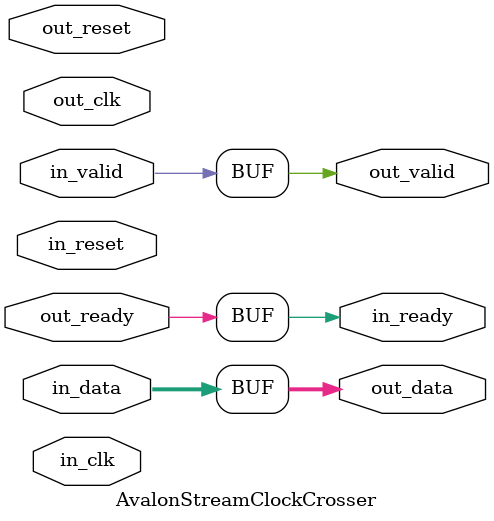
<source format=v>
module AvalonStreamClockCrosser #(
		parameter DATA_WIDTH = 8
	) (
		input  wire in_clk,
		input  wire in_reset,
		input  wire out_clk,
		input  wire out_reset,
		output wire in_ready,
		input  wire in_valid,
		input  wire [DATA_WIDTH-1:0] in_data,
		input  wire out_ready,
		output wire out_valid,
		output wire [DATA_WIDTH-1:0] out_data
	);

  assign out_data = in_data;
  assign out_valid = in_valid;
  assign in_ready = out_ready;

endmodule

</source>
